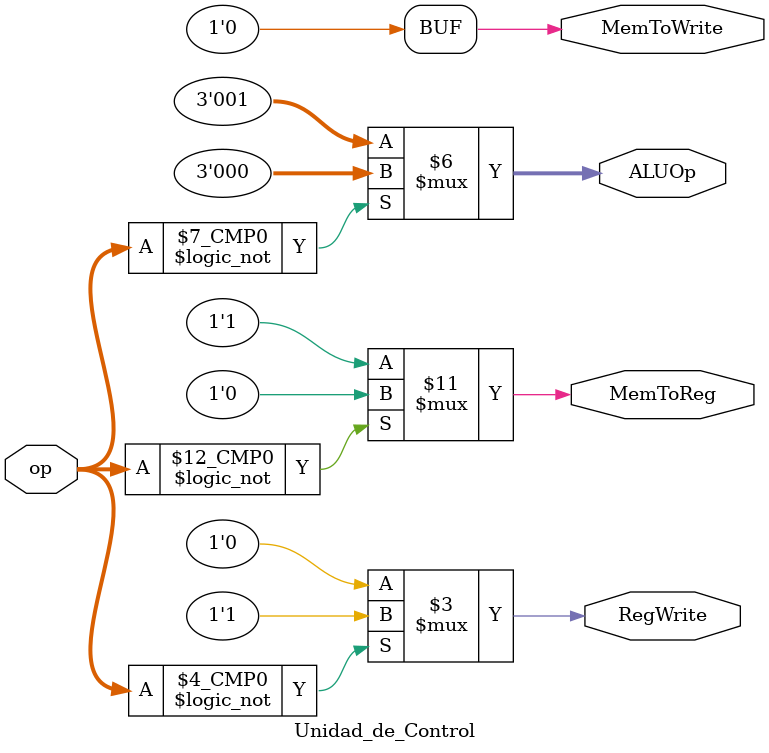
<source format=v>
module Unidad_de_Control(
	input  [5:0] op,
	output reg MemToReg,
	output reg MemToWrite,
	output reg [2:0] ALUOp,
	output reg RegWrite
);
//2. Definir Elementos /Componentes Internos (Cables, Registros).

/*Add
Sub
AND
OR
SLT
Arquitectura de tipo RISC y CISC
Reducidas y complejas*/

//3. Elementos de Procesamiento (Lógicos y aritméticos)
always @(*)
	begin
		case (op)
		6'b0000000:
			begin
				MemToReg=1'b0;
				MemToWrite=1'b0;
				ALUOp=3'b000;
				RegWrite=1'b1;
			end
		default:
			begin
				MemToReg=1'b1;
				MemToWrite=1'b0;
				ALUOp=3'b001;
				RegWrite=1'b0;
			end
		endcase
	end
endmodule

</source>
